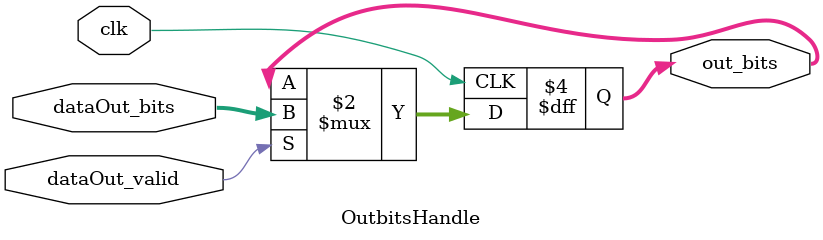
<source format=v>
module OutbitsHandle (
    input [0:0] clk,
    input [7:0] dataOut_bits,
    input [0:0] dataOut_valid,
    output reg [7:0] out_bits
);

    always @(posedge clk) begin
        if (dataOut_valid) begin
            out_bits <= dataOut_bits;
        end
    end
    
endmodule
</source>
